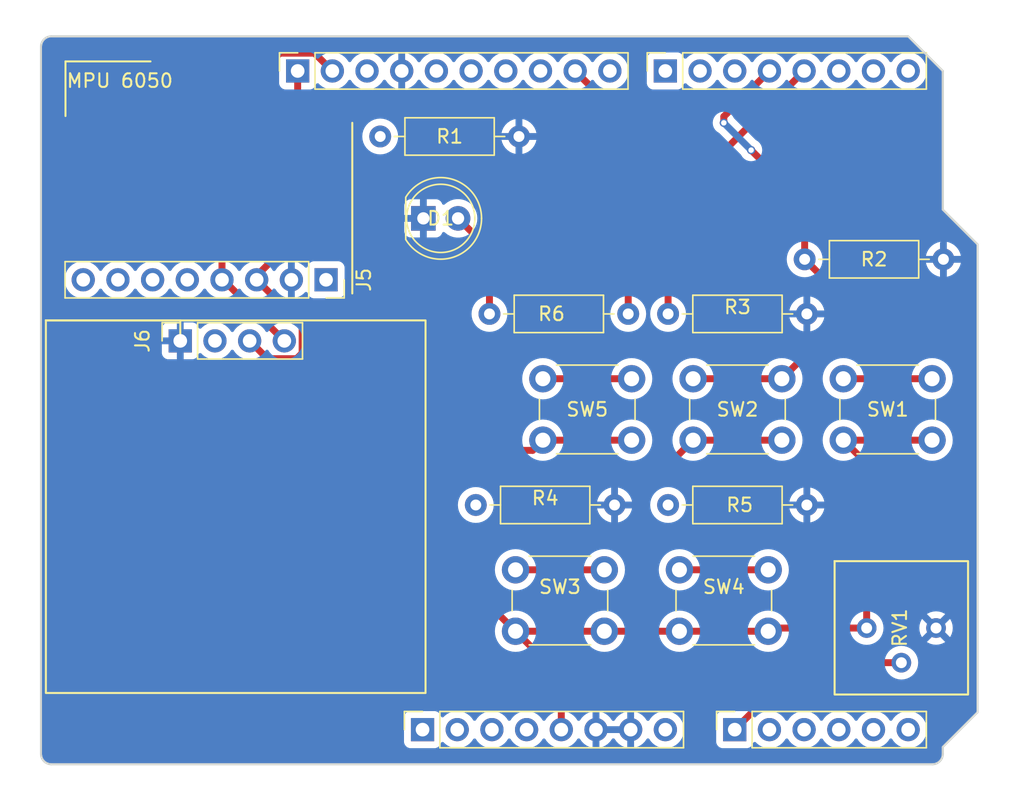
<source format=kicad_pcb>
(kicad_pcb (version 20240108) (generator "pcbnew") (generator_version "8.0")
  (title_block (date "mar. 31 mars 2015"))
  (layers (0 "F.Cu" signal) (31 "B.Cu" power) (34 "B.Paste" user) (35 "F.Paste" user) (36 "B.SilkS" user "B.Silkscreen") (37 "F.SilkS" user "F.Silkscreen") (38 "B.Mask" user) (39 "F.Mask" user) (44 "Edge.Cuts" user))
  (net 0 "")
  (net 1 "GND")
  (net 3 "+5V")
  (net 4 "/IOREF")
  (net 5 "/A1")
  (net 6 "/A2")
  (net 7 "/A3")
  (net 8 "/SDA{slash}A4")
  (net 9 "/SCL{slash}A5")
  (net 10 "/13")
  (net 11 "/12")
  (net 12 "/AREF")
  (net 13 "/temp_digital")
  (net 14 "/7")
  (net 15 "/*11")
  (net 16 "/*10")
  (net 17 "/TX{slash}1")
  (net 18 "/RX{slash}0")
  (net 19 "+3V3")
  (net 20 "VCC")
  (net 21 "/~{RESET}")
  (net 22 "/I2C_SCL")
  (net 23 "/I2C_SDA")
  (net 28 "/button_onoff")
  (net 29 "/button_lock")
  (net 30 "/button_light")
  (net 31 "/button_units")
  (net 32 "/button_cal")
  (net 33 "Net-(D1-A)")
  (net 34 "/led_light")
  (net 35 "/temp_sensor")
  (footprint "Connector_PinSocket_2.54mm:PinSocket_1x08_P2.54mm_Vertical" (layer "F.Cu") (at 127.94 97.46 90)
    (property "Reference" "J1" (hide yes))
    (property "Value" "Power")
    (fp_line (start 1.33 -1.33) (end 1.33 0) (stroke (width 0.12)) (layer "F.SilkS"))
    (fp_line (start 0 -1.33) (end 1.33 -1.33) (stroke (width 0.12)) (layer "F.SilkS"))
    (fp_line (start 1.33 1.27) (end 1.33 19.11) (stroke (width 0.12)) (layer "F.SilkS"))
    (fp_line (start -1.33 1.27) (end 1.33 1.27) (stroke (width 0.12)) (layer "F.SilkS"))
    (fp_line (start -1.33 1.27) (end -1.33 19.11) (stroke (width 0.12)) (layer "F.SilkS"))
    (fp_line (start -1.33 19.11) (end 1.33 19.11) (stroke (width 0.12)) (layer "F.SilkS"))
    (pad "1" thru_hole rect (at 0 0 90) (size 1.7 1.7) (drill 1) (layers "*.Cu" "*.Mask"))
    (pad "2" thru_hole oval (at 0 2.54 90) (size 1.7 1.7) (drill 1) (layers "*.Cu" "*.Mask") (net 4 "/IOREF"))
    (pad "3" thru_hole oval (at 0 5.08 90) (size 1.7 1.7) (drill 1) (layers "*.Cu" "*.Mask") (net 21 "/~{RESET}"))
    (pad "4" thru_hole oval (at 0 7.62 90) (size 1.7 1.7) (drill 1) (layers "*.Cu" "*.Mask") (net 19 "+3V3"))
    (pad "5" thru_hole oval (at 0 10.16 90) (size 1.7 1.7) (drill 1) (layers "*.Cu" "*.Mask") (net 3 "+5V"))
    (pad "6" thru_hole oval (at 0 12.7 90) (size 1.7 1.7) (drill 1) (layers "*.Cu" "*.Mask") (net 1 "GND"))
    (pad "7" thru_hole oval (at 0 15.24 90) (size 1.7 1.7) (drill 1) (layers "*.Cu" "*.Mask") (net 1 "GND"))
    (pad "8" thru_hole oval (at 0 17.78 90) (size 1.7 1.7) (drill 1) (layers "*.Cu" "*.Mask") (net 20 "VCC"))
  )
  (footprint "Connector_PinSocket_2.54mm:PinSocket_1x06_P2.54mm_Vertical" (layer "F.Cu") (at 150.8 97.46 90)
    (property "Reference" "J3" (hide yes))
    (property "Value" "Analog")
    (fp_line (start 1.33 -1.33) (end 1.33 0) (stroke (width 0.12)) (layer "F.SilkS"))
    (fp_line (start 0 -1.33) (end 1.33 -1.33) (stroke (width 0.12)) (layer "F.SilkS"))
    (fp_line (start 1.33 1.27) (end 1.33 14.03) (stroke (width 0.12)) (layer "F.SilkS"))
    (fp_line (start -1.33 1.27) (end 1.33 1.27) (stroke (width 0.12)) (layer "F.SilkS"))
    (fp_line (start -1.33 1.27) (end -1.33 14.03) (stroke (width 0.12)) (layer "F.SilkS"))
    (fp_line (start -1.33 14.03) (end 1.33 14.03) (stroke (width 0.12)) (layer "F.SilkS"))
    (pad "1" thru_hole rect (at 0 0 90) (size 1.7 1.7) (drill 1) (layers "*.Cu" "*.Mask") (net 35 "/temp_sensor"))
    (pad "2" thru_hole oval (at 0 2.54 90) (size 1.7 1.7) (drill 1) (layers "*.Cu" "*.Mask") (net 5 "/A1"))
    (pad "3" thru_hole oval (at 0 5.08 90) (size 1.7 1.7) (drill 1) (layers "*.Cu" "*.Mask") (net 6 "/A2"))
    (pad "4" thru_hole oval (at 0 7.62 90) (size 1.7 1.7) (drill 1) (layers "*.Cu" "*.Mask") (net 7 "/A3"))
    (pad "5" thru_hole oval (at 0 10.16 90) (size 1.7 1.7) (drill 1) (layers "*.Cu" "*.Mask") (net 8 "/SDA{slash}A4"))
    (pad "6" thru_hole oval (at 0 12.7 90) (size 1.7 1.7) (drill 1) (layers "*.Cu" "*.Mask") (net 9 "/SCL{slash}A5"))
  )
  (footprint "Connector_PinSocket_2.54mm:PinSocket_1x10_P2.54mm_Vertical" (layer "F.Cu") (at 118.796 49.2 90)
    (property "Reference" "J2" (hide yes))
    (property "Value" "Digital/PWM")
    (fp_line (start 1.33 -1.33) (end 1.33 0) (stroke (width 0.12)) (layer "F.SilkS"))
    (fp_line (start 0 -1.33) (end 1.33 -1.33) (stroke (width 0.12)) (layer "F.SilkS"))
    (fp_line (start 1.33 1.27) (end 1.33 24.19) (stroke (width 0.12)) (layer "F.SilkS"))
    (fp_line (start -1.33 1.27) (end 1.33 1.27) (stroke (width 0.12)) (layer "F.SilkS"))
    (fp_line (start -1.33 1.27) (end -1.33 24.19) (stroke (width 0.12)) (layer "F.SilkS"))
    (fp_line (start -1.33 24.19) (end 1.33 24.19) (stroke (width 0.12)) (layer "F.SilkS"))
    (pad "1" thru_hole rect (at 0 0 90) (size 1.7 1.7) (drill 1) (layers "*.Cu" "*.Mask") (net 22 "/I2C_SCL"))
    (pad "2" thru_hole oval (at 0 2.54 90) (size 1.7 1.7) (drill 1) (layers "*.Cu" "*.Mask") (net 23 "/I2C_SDA"))
    (pad "3" thru_hole oval (at 0 5.08 90) (size 1.7 1.7) (drill 1) (layers "*.Cu" "*.Mask") (net 12 "/AREF"))
    (pad "4" thru_hole oval (at 0 7.62 90) (size 1.7 1.7) (drill 1) (layers "*.Cu" "*.Mask") (net 1 "GND"))
    (pad "5" thru_hole oval (at 0 10.16 90) (size 1.7 1.7) (drill 1) (layers "*.Cu" "*.Mask") (net 10 "/13"))
    (pad "6" thru_hole oval (at 0 12.7 90) (size 1.7 1.7) (drill 1) (layers "*.Cu" "*.Mask") (net 11 "/12"))
    (pad "7" thru_hole oval (at 0 15.24 90) (size 1.7 1.7) (drill 1) (layers "*.Cu" "*.Mask") (net 15 "/*11"))
    (pad "8" thru_hole oval (at 0 17.78 90) (size 1.7 1.7) (drill 1) (layers "*.Cu" "*.Mask") (net 16 "/*10"))
    (pad "9" thru_hole oval (at 0 20.32 90) (size 1.7 1.7) (drill 1) (layers "*.Cu" "*.Mask") (net 34 "/led_light"))
    (pad "10" thru_hole oval (at 0 22.86 90) (size 1.7 1.7) (drill 1) (layers "*.Cu" "*.Mask") (net 13 "/temp_digital"))
  )
  (footprint "Connector_PinSocket_2.54mm:PinSocket_1x08_P2.54mm_Vertical" (layer "F.Cu") (at 145.72 49.2 90)
    (property "Reference" "J4" (hide yes))
    (property "Value" "Digital/PWM")
    (fp_line (start 1.33 -1.33) (end 1.33 0) (stroke (width 0.12)) (layer "F.SilkS"))
    (fp_line (start 0 -1.33) (end 1.33 -1.33) (stroke (width 0.12)) (layer "F.SilkS"))
    (fp_line (start 1.33 1.27) (end 1.33 19.11) (stroke (width 0.12)) (layer "F.SilkS"))
    (fp_line (start -1.33 1.27) (end 1.33 1.27) (stroke (width 0.12)) (layer "F.SilkS"))
    (fp_line (start -1.33 1.27) (end -1.33 19.11) (stroke (width 0.12)) (layer "F.SilkS"))
    (fp_line (start -1.33 19.11) (end 1.33 19.11) (stroke (width 0.12)) (layer "F.SilkS"))
    (pad "1" thru_hole rect (at 0 0 90) (size 1.7 1.7) (drill 1) (layers "*.Cu" "*.Mask") (net 14 "/7"))
    (pad "2" thru_hole oval (at 0 2.54 90) (size 1.7 1.7) (drill 1) (layers "*.Cu" "*.Mask") (net 30 "/button_light"))
    (pad "3" thru_hole oval (at 0 5.08 90) (size 1.7 1.7) (drill 1) (layers "*.Cu" "*.Mask") (net 32 "/button_cal"))
    (pad "4" thru_hole oval (at 0 7.62 90) (size 1.7 1.7) (drill 1) (layers "*.Cu" "*.Mask") (net 31 "/button_units"))
    (pad "5" thru_hole oval (at 0 10.16 90) (size 1.7 1.7) (drill 1) (layers "*.Cu" "*.Mask") (net 29 "/button_lock"))
    (pad "6" thru_hole oval (at 0 12.7 90) (size 1.7 1.7) (drill 1) (layers "*.Cu" "*.Mask") (net 28 "/button_onoff"))
    (pad "7" thru_hole oval (at 0 15.24 90) (size 1.7 1.7) (drill 1) (layers "*.Cu" "*.Mask") (net 17 "/TX{slash}1"))
    (pad "8" thru_hole oval (at 0 17.78 90) (size 1.7 1.7) (drill 1) (layers "*.Cu" "*.Mask") (net 18 "/RX{slash}0"))
  )
  (footprint "Resistor_THT:R_Axial_DIN0207_L6.3mm_D2.5mm_P10.16mm_Horizontal" (layer "F.Cu") (at 155.92 63)
    (property "Reference" "R2" (at 5.08 0 0) (layer "F.SilkS"))
    (property "Value" "100k")
    (fp_line (start 1.04 0) (end 1.81 0) (stroke (width 0.12)) (layer "F.SilkS"))
    (fp_line (start 1.81 -1.37) (end 1.81 1.37) (stroke (width 0.12)) (layer "F.SilkS"))
    (fp_line (start 1.81 1.37) (end 8.35 1.37) (stroke (width 0.12)) (layer "F.SilkS"))
    (fp_line (start 8.35 -1.37) (end 1.81 -1.37) (stroke (width 0.12)) (layer "F.SilkS"))
    (fp_line (start 8.35 1.37) (end 8.35 -1.37) (stroke (width 0.12)) (layer "F.SilkS"))
    (fp_line (start 9.12 0) (end 8.35 0) (stroke (width 0.12)) (layer "F.SilkS"))
    (pad "1" thru_hole circle (at 0 0) (size 1.6 1.6) (drill 0.8) (layers "*.Cu" "*.Mask") (net 31 "/button_units"))
    (pad "2" thru_hole oval (at 10.16 0) (size 1.6 1.6) (drill 0.8) (layers "*.Cu" "*.Mask") (net 1 "GND"))
  )
  (footprint "Resistor_THT:R_Axial_DIN0207_L6.3mm_D2.5mm_P10.16mm_Horizontal" (layer "F.Cu") (at 124.84 54)
    (property "Reference" "R1" (at 5.08 0 0) (layer "F.SilkS"))
    (property "Value" "100k")
    (fp_line (start 1.04 0) (end 1.81 0) (stroke (width 0.12)) (layer "F.SilkS"))
    (fp_line (start 1.81 -1.37) (end 1.81 1.37) (stroke (width 0.12)) (layer "F.SilkS"))
    (fp_line (start 1.81 1.37) (end 8.35 1.37) (stroke (width 0.12)) (layer "F.SilkS"))
    (fp_line (start 8.35 -1.37) (end 1.81 -1.37) (stroke (width 0.12)) (layer "F.SilkS"))
    (fp_line (start 8.35 1.37) (end 8.35 -1.37) (stroke (width 0.12)) (layer "F.SilkS"))
    (fp_line (start 9.12 0) (end 8.35 0) (stroke (width 0.12)) (layer "F.SilkS"))
    (pad "1" thru_hole circle (at 0 0) (size 1.6 1.6) (drill 0.8) (layers "*.Cu" "*.Mask") (net 28 "/button_onoff"))
    (pad "2" thru_hole oval (at 10.16 0) (size 1.6 1.6) (drill 0.8) (layers "*.Cu" "*.Mask") (net 1 "GND"))
  )
  (footprint "Connector_PinSocket_2.54mm:PinSocket_1x08_P2.54mm_Vertical" (layer "F.Cu") (at 120.875 64.5 -90)
    (property "Reference" "J5" (at 0 -2.77 90) (layer "F.SilkS"))
    (property "Value" "CONN_GYRO")
    (fp_line (start -1.33 19.11) (end 1.33 19.11) (stroke (width 0.12)) (layer "F.SilkS"))
    (fp_line (start -1.33 1.27) (end -1.33 19.11) (stroke (width 0.12)) (layer "F.SilkS"))
    (fp_line (start -1.33 1.27) (end 1.33 1.27) (stroke (width 0.12)) (layer "F.SilkS"))
    (fp_line (start 1.33 1.27) (end 1.33 19.11) (stroke (width 0.12)) (layer "F.SilkS"))
    (fp_line (start 0 -1.33) (end 1.33 -1.33) (stroke (width 0.12)) (layer "F.SilkS"))
    (fp_line (start 1.33 -1.33) (end 1.33 0) (stroke (width 0.12)) (layer "F.SilkS"))
    (pad "1" thru_hole rect (at 0 0 270) (size 1.7 1.7) (drill 1) (layers "*.Cu" "*.Mask") (net 3 "+5V"))
    (pad "2" thru_hole oval (at 0 2.54 270) (size 1.7 1.7) (drill 1) (layers "*.Cu" "*.Mask") (net 1 "GND"))
    (pad "3" thru_hole oval (at 0 5.08 270) (size 1.7 1.7) (drill 1) (layers "*.Cu" "*.Mask") (net 22 "/I2C_SCL"))
    (pad "4" thru_hole oval (at 0 7.62 270) (size 1.7 1.7) (drill 1) (layers "*.Cu" "*.Mask") (net 23 "/I2C_SDA"))
    (pad "5" thru_hole oval (at 0 10.16 270) (size 1.7 1.7) (drill 1) (layers "*.Cu" "*.Mask"))
    (pad "6" thru_hole oval (at 0 12.7 270) (size 1.7 1.7) (drill 1) (layers "*.Cu" "*.Mask"))
    (pad "7" thru_hole oval (at 0 15.24 270) (size 1.7 1.7) (drill 1) (layers "*.Cu" "*.Mask"))
    (pad "8" thru_hole oval (at 0 17.78 270) (size 1.7 1.7) (drill 1) (layers "*.Cu" "*.Mask"))
  )
  (footprint "Resistor_THT:R_Axial_DIN0207_L6.3mm_D2.5mm_P10.16mm_Horizontal" (layer "F.Cu") (at 143 67 180)
    (property "Reference" "R6" (at 5.62 0 180) (layer "F.SilkS"))
    (property "Value" "100k")
    (fp_line (start 9.12 0) (end 8.35 0) (stroke (width 0.12)) (layer "F.SilkS"))
    (fp_line (start 8.35 1.37) (end 8.35 -1.37) (stroke (width 0.12)) (layer "F.SilkS"))
    (fp_line (start 8.35 -1.37) (end 1.81 -1.37) (stroke (width 0.12)) (layer "F.SilkS"))
    (fp_line (start 1.81 1.37) (end 8.35 1.37) (stroke (width 0.12)) (layer "F.SilkS"))
    (fp_line (start 1.81 -1.37) (end 1.81 1.37) (stroke (width 0.12)) (layer "F.SilkS"))
    (fp_line (start 1.04 0) (end 1.81 0) (stroke (width 0.12)) (layer "F.SilkS"))
    (pad "1" thru_hole circle (at 0 0 180) (size 1.6 1.6) (drill 0.8) (layers "*.Cu" "*.Mask") (net 34 "/led_light"))
    (pad "2" thru_hole oval (at 10.16 0 180) (size 1.6 1.6) (drill 0.8) (layers "*.Cu" "*.Mask") (net 33 "Net-(D1-A)"))
  )
  (footprint "Button_Switch_THT:SW_PUSH_6mm" (layer "F.Cu") (at 136.75 71.75)
    (property "Reference" "SW5" (at 3.25 2.25 0) (layer "F.SilkS"))
    (property "Value" "SW_SPST")
    (fp_line (start -0.25 1.5) (end -0.25 3) (stroke (width 0.12)) (layer "F.SilkS"))
    (fp_line (start 1 5.5) (end 5.5 5.5) (stroke (width 0.12)) (layer "F.SilkS"))
    (fp_line (start 5.5 -1) (end 1 -1) (stroke (width 0.12)) (layer "F.SilkS"))
    (fp_line (start 6.75 3) (end 6.75 1.5) (stroke (width 0.12)) (layer "F.SilkS"))
    (pad "1" thru_hole circle (at 0 0 90) (size 2 2) (drill 1.1) (layers "*.Cu" "*.Mask") (net 32 "/button_cal"))
    (pad "1" thru_hole circle (at 6.5 0 90) (size 2 2) (drill 1.1) (layers "*.Cu" "*.Mask") (net 32 "/button_cal"))
    (pad "2" thru_hole circle (at 0 4.5 90) (size 2 2) (drill 1.1) (layers "*.Cu" "*.Mask") (net 3 "+5V"))
    (pad "2" thru_hole circle (at 6.5 4.5 90) (size 2 2) (drill 1.1) (layers "*.Cu" "*.Mask") (net 3 "+5V"))
  )
  (footprint "Resistor_THT:R_Axial_DIN0207_L6.3mm_D2.5mm_P10.16mm_Horizontal" (layer "F.Cu") (at 145.92 81)
    (property "Reference" "R5" (at 5.24 0 0) (layer "F.SilkS"))
    (property "Value" "100k")
    (fp_line (start 1.04 0) (end 1.81 0) (stroke (width 0.12)) (layer "F.SilkS"))
    (fp_line (start 1.81 -1.37) (end 1.81 1.37) (stroke (width 0.12)) (layer "F.SilkS"))
    (fp_line (start 1.81 1.37) (end 8.35 1.37) (stroke (width 0.12)) (layer "F.SilkS"))
    (fp_line (start 8.35 -1.37) (end 1.81 -1.37) (stroke (width 0.12)) (layer "F.SilkS"))
    (fp_line (start 8.35 1.37) (end 8.35 -1.37) (stroke (width 0.12)) (layer "F.SilkS"))
    (fp_line (start 9.12 0) (end 8.35 0) (stroke (width 0.12)) (layer "F.SilkS"))
    (pad "1" thru_hole circle (at 0 0) (size 1.6 1.6) (drill 0.8) (layers "*.Cu" "*.Mask") (net 32 "/button_cal"))
    (pad "2" thru_hole oval (at 10.16 0) (size 1.6 1.6) (drill 0.8) (layers "*.Cu" "*.Mask") (net 1 "GND"))
  )
  (footprint "Resistor_THT:R_Axial_DIN0207_L6.3mm_D2.5mm_P10.16mm_Horizontal" (layer "F.Cu") (at 131.84 81)
    (property "Reference" "R4" (at 5.08 -0.5 0) (layer "F.SilkS"))
    (property "Value" "100k")
    (fp_line (start 1.04 0) (end 1.81 0) (stroke (width 0.12)) (layer "F.SilkS"))
    (fp_line (start 1.81 -1.37) (end 1.81 1.37) (stroke (width 0.12)) (layer "F.SilkS"))
    (fp_line (start 1.81 1.37) (end 8.35 1.37) (stroke (width 0.12)) (layer "F.SilkS"))
    (fp_line (start 8.35 -1.37) (end 1.81 -1.37) (stroke (width 0.12)) (layer "F.SilkS"))
    (fp_line (start 8.35 1.37) (end 8.35 -1.37) (stroke (width 0.12)) (layer "F.SilkS"))
    (fp_line (start 9.12 0) (end 8.35 0) (stroke (width 0.12)) (layer "F.SilkS"))
    (pad "1" thru_hole circle (at 0 0) (size 1.6 1.6) (drill 0.8) (layers "*.Cu" "*.Mask") (net 30 "/button_light"))
    (pad "2" thru_hole oval (at 10.16 0) (size 1.6 1.6) (drill 0.8) (layers "*.Cu" "*.Mask") (net 1 "GND"))
  )
  (footprint "Button_Switch_THT:SW_PUSH_6mm" (layer "F.Cu") (at 147.75 71.75)
    (property "Reference" "SW2" (at 3.25 2.25 0) (layer "F.SilkS"))
    (property "Value" "SW_SPST")
    (fp_line (start -0.25 1.5) (end -0.25 3) (stroke (width 0.12)) (layer "F.SilkS"))
    (fp_line (start 1 5.5) (end 5.5 5.5) (stroke (width 0.12)) (layer "F.SilkS"))
    (fp_line (start 5.5 -1) (end 1 -1) (stroke (width 0.12)) (layer "F.SilkS"))
    (fp_line (start 6.75 3) (end 6.75 1.5) (stroke (width 0.12)) (layer "F.SilkS"))
    (pad "1" thru_hole circle (at 0 0 90) (size 2 2) (drill 1.1) (layers "*.Cu" "*.Mask") (net 31 "/button_units"))
    (pad "1" thru_hole circle (at 6.5 0 90) (size 2 2) (drill 1.1) (layers "*.Cu" "*.Mask") (net 31 "/button_units"))
    (pad "2" thru_hole circle (at 0 4.5 90) (size 2 2) (drill 1.1) (layers "*.Cu" "*.Mask") (net 3 "+5V"))
    (pad "2" thru_hole circle (at 6.5 4.5 90) (size 2 2) (drill 1.1) (layers "*.Cu" "*.Mask") (net 3 "+5V"))
  )
  (footprint "Connector_PinSocket_2.54mm:PinSocket_1x04_P2.54mm_Vertical" (layer "F.Cu") (at 110.2 68.975 90)
    (property "Reference" "J6" (at 0 -2.77 90) (layer "F.SilkS"))
    (property "Value" "CONN_DISPLAY")
    (fp_line (start 1.33 -1.33) (end 1.33 0) (stroke (width 0.12)) (layer "F.SilkS"))
    (fp_line (start 0 -1.33) (end 1.33 -1.33) (stroke (width 0.12)) (layer "F.SilkS"))
    (fp_line (start 1.33 1.27) (end 1.33 8.95) (stroke (width 0.12)) (layer "F.SilkS"))
    (fp_line (start -1.33 1.27) (end 1.33 1.27) (stroke (width 0.12)) (layer "F.SilkS"))
    (fp_line (start -1.33 1.27) (end -1.33 8.95) (stroke (width 0.12)) (layer "F.SilkS"))
    (fp_line (start -1.33 8.95) (end 1.33 8.95) (stroke (width 0.12)) (layer "F.SilkS"))
    (pad "1" thru_hole rect (at 0 0 90) (size 1.7 1.7) (drill 1) (layers "*.Cu" "*.Mask") (net 1 "GND"))
    (pad "2" thru_hole oval (at 0 2.54 90) (size 1.7 1.7) (drill 1) (layers "*.Cu" "*.Mask") (net 3 "+5V"))
    (pad "3" thru_hole oval (at 0 5.08 90) (size 1.7 1.7) (drill 1) (layers "*.Cu" "*.Mask") (net 22 "/I2C_SCL"))
    (pad "4" thru_hole oval (at 0 7.62 90) (size 1.7 1.7) (drill 1) (layers "*.Cu" "*.Mask") (net 23 "/I2C_SDA"))
  )
  (footprint "Potentiometer_THT:Potentiometer_Bourns_3386P_Vertical" (layer "F.Cu") (at 160.46 90.015 -90)
    (property "Reference" "RV1" (at -0.015 -2.425 90) (layer "F.SilkS"))
    (property "Value" "10k")
    (fp_line (start -4.9 2.345) (end 4.87 2.345) (stroke (width 0.12)) (layer "F.SilkS"))
    (fp_line (start -4.9 -7.425) (end -4.9 2.345) (stroke (width 0.12)) (layer "F.SilkS"))
    (fp_line (start -4.9 -7.425) (end 4.87 -7.425) (stroke (width 0.12)) (layer "F.SilkS"))
    (fp_line (start 4.87 -7.425) (end 4.87 2.345) (stroke (width 0.12)) (layer "F.SilkS"))
    (pad "1" thru_hole circle (at 0 0 270) (size 1.44 1.44) (drill 0.8) (layers "*.Cu" "*.Mask") (net 3 "+5V"))
    (pad "2" thru_hole circle (at 2.54 -2.54 270) (size 1.44 1.44) (drill 0.8) (layers "*.Cu" "*.Mask") (net 35 "/temp_sensor"))
    (pad "3" thru_hole circle (at 0 -5.08 270) (size 1.44 1.44) (drill 0.8) (layers "*.Cu" "*.Mask") (net 1 "GND"))
  )
  (footprint "Resistor_THT:R_Axial_DIN0207_L6.3mm_D2.5mm_P10.16mm_Horizontal" (layer "F.Cu") (at 145.92 67)
    (property "Reference" "R3" (at 5.08 -0.5 0) (layer "F.SilkS"))
    (property "Value" "100k")
    (fp_line (start 1.04 0) (end 1.81 0) (stroke (width 0.12)) (layer "F.SilkS"))
    (fp_line (start 1.81 -1.37) (end 1.81 1.37) (stroke (width 0.12)) (layer "F.SilkS"))
    (fp_line (start 1.81 1.37) (end 8.35 1.37) (stroke (width 0.12)) (layer "F.SilkS"))
    (fp_line (start 8.35 -1.37) (end 1.81 -1.37) (stroke (width 0.12)) (layer "F.SilkS"))
    (fp_line (start 8.35 1.37) (end 8.35 -1.37) (stroke (width 0.12)) (layer "F.SilkS"))
    (fp_line (start 9.12 0) (end 8.35 0) (stroke (width 0.12)) (layer "F.SilkS"))
    (pad "1" thru_hole circle (at 0 0) (size 1.6 1.6) (drill 0.8) (layers "*.Cu" "*.Mask") (net 29 "/button_lock"))
    (pad "2" thru_hole oval (at 10.16 0) (size 1.6 1.6) (drill 0.8) (layers "*.Cu" "*.Mask") (net 1 "GND"))
  )
  (footprint "Button_Switch_THT:SW_PUSH_6mm" (layer "F.Cu") (at 134.75 85.75)
    (property "Reference" "SW3" (at 3.25 1.25 0) (layer "F.SilkS"))
    (property "Value" "SW_SPST")
    (fp_line (start -0.25 1.5) (end -0.25 3) (stroke (width 0.12)) (layer "F.SilkS"))
    (fp_line (start 1 5.5) (end 5.5 5.5) (stroke (width 0.12)) (layer "F.SilkS"))
    (fp_line (start 5.5 -1) (end 1 -1) (stroke (width 0.12)) (layer "F.SilkS"))
    (fp_line (start 6.75 3) (end 6.75 1.5) (stroke (width 0.12)) (layer "F.SilkS"))
    (pad "1" thru_hole circle (at 0 0 90) (size 2 2) (drill 1.1) (layers "*.Cu" "*.Mask") (net 29 "/button_lock"))
    (pad "1" thru_hole circle (at 6.5 0 90) (size 2 2) (drill 1.1) (layers "*.Cu" "*.Mask") (net 29 "/button_lock"))
    (pad "2" thru_hole circle (at 0 4.5 90) (size 2 2) (drill 1.1) (layers "*.Cu" "*.Mask") (net 3 "+5V"))
    (pad "2" thru_hole circle (at 6.5 4.5 90) (size 2 2) (drill 1.1) (layers "*.Cu" "*.Mask") (net 3 "+5V"))
  )
  (footprint "LED_THT:LED_D5.0mm" (layer "F.Cu") (at 128 60)
    (property "Reference" "D1" (at 1.27 0 0) (layer "F.SilkS"))
    (property "Value" "LED")
    (fp_line (start -1.29 -1.545) (end -1.29 1.545) (stroke (width 0.12)) (layer "F.SilkS"))
    (fp_arc (start -1.29 -1.54483) (mid 2.071756 -2.880501) (end 4.26 -0.000048) (stroke (width 0.12)) (layer "F.SilkS"))
    (fp_arc (start 4.26 0.000048) (mid 2.071756 2.880501) (end -1.29 1.54483) (stroke (width 0.12)) (layer "F.SilkS"))
    (fp_circle (center 1.27 0) (end 3.77 0) (stroke (width 0.12)) (fill none) (layer "F.SilkS"))
    (pad "1" thru_hole rect (at 0 0) (size 1.8 1.8) (drill 0.9) (layers "*.Cu" "*.Mask") (net 1 "GND"))
    (pad "2" thru_hole circle (at 2.54 0) (size 1.8 1.8) (drill 0.9) (layers "*.Cu" "*.Mask") (net 33 "Net-(D1-A)"))
  )
  (footprint "Button_Switch_THT:SW_PUSH_6mm" (layer "F.Cu") (at 158.75 71.75)
    (property "Reference" "SW1" (at 3.25 2.25 0) (layer "F.SilkS"))
    (property "Value" "SW_SPST")
    (fp_line (start -0.25 1.5) (end -0.25 3) (stroke (width 0.12)) (layer "F.SilkS"))
    (fp_line (start 1 5.5) (end 5.5 5.5) (stroke (width 0.12)) (layer "F.SilkS"))
    (fp_line (start 5.5 -1) (end 1 -1) (stroke (width 0.12)) (layer "F.SilkS"))
    (fp_line (start 6.75 3) (end 6.75 1.5) (stroke (width 0.12)) (layer "F.SilkS"))
    (pad "1" thru_hole circle (at 0 0 90) (size 2 2) (drill 1.1) (layers "*.Cu" "*.Mask") (net 28 "/button_onoff"))
    (pad "1" thru_hole circle (at 6.5 0 90) (size 2 2) (drill 1.1) (layers "*.Cu" "*.Mask") (net 28 "/button_onoff"))
    (pad "2" thru_hole circle (at 0 4.5 90) (size 2 2) (drill 1.1) (layers "*.Cu" "*.Mask") (net 3 "+5V"))
    (pad "2" thru_hole circle (at 6.5 4.5 90) (size 2 2) (drill 1.1) (layers "*.Cu" "*.Mask") (net 3 "+5V"))
  )
  (footprint "Button_Switch_THT:SW_PUSH_6mm" (layer "F.Cu") (at 146.75 85.75)
    (property "Reference" "SW4" (at 3.25 1.25 0) (layer "F.SilkS"))
    (property "Value" "SW_SPST")
    (fp_line (start -0.25 1.5) (end -0.25 3) (stroke (width 0.12)) (layer "F.SilkS"))
    (fp_line (start 1 5.5) (end 5.5 5.5) (stroke (width 0.12)) (layer "F.SilkS"))
    (fp_line (start 5.5 -1) (end 1 -1) (stroke (width 0.12)) (layer "F.SilkS"))
    (fp_line (start 6.75 3) (end 6.75 1.5) (stroke (width 0.12)) (layer "F.SilkS"))
    (pad "1" thru_hole circle (at 0 0 90) (size 2 2) (drill 1.1) (layers "*.Cu" "*.Mask") (net 30 "/button_light"))
    (pad "1" thru_hole circle (at 6.5 0 90) (size 2 2) (drill 1.1) (layers "*.Cu" "*.Mask") (net 30 "/button_light"))
    (pad "2" thru_hole circle (at 0 4.5 90) (size 2 2) (drill 1.1) (layers "*.Cu" "*.Mask") (net 3 "+5V"))
    (pad "2" thru_hole circle (at 6.5 4.5 90) (size 2 2) (drill 1.1) (layers "*.Cu" "*.Mask") (net 3 "+5V"))
  )
  (gr_line (start 101.795 48.5) (end 101.795 52.5) (stroke (width 0.15)) (layer "F.SilkS"))
  (gr_rect (start 100.36 67.475) (end 128.16 94.775) (stroke (width 0.15)) (fill none) (layer "F.SilkS"))
  (gr_rect (start 158.115 94.885) (end 167.885 85.115) (stroke (width 0.15)) (fill none) (layer "F.SilkS"))
  (gr_line (start 100.36 67.475) (end 110.2 67.475) (stroke (width 0.15)) (layer "F.SilkS"))
  (gr_line (start 101.795 48.5) (end 108.020112 48.5) (stroke (width 0.15)) (layer "F.SilkS"))
  (gr_line (start 122.795 65.5) (end 122.795 53) (stroke (width 0.15)) (layer "F.SilkS"))
  (gr_line (start 110.2 67.475) (end 110.2 68.975) (stroke (width 0.15)) (layer "F.SilkS"))
  (gr_line (start 166.04 59.36) (end 168.58 61.9) (stroke (width 0.15)) (layer "Edge.Cuts"))
  (gr_line (start 100 99.238) (end 100 47.422) (stroke (width 0.15)) (layer "Edge.Cuts"))
  (gr_line (start 168.58 61.9) (end 168.58 96.19) (stroke (width 0.15)) (layer "Edge.Cuts"))
  (gr_line (start 165.278 100) (end 100.762 100) (stroke (width 0.15)) (layer "Edge.Cuts"))
  (gr_line (start 100.762 46.66) (end 163.5 46.66) (stroke (width 0.15)) (layer "Edge.Cuts"))
  (gr_arc (start 100.762 100) (mid 100.223185 99.776815) (end 100 99.238) (stroke (width 0.15)) (layer "Edge.Cuts"))
  (gr_line (start 168.58 96.19) (end 166.04 98.73) (stroke (width 0.15)) (layer "Edge.Cuts"))
  (gr_line (start 163.5 46.66) (end 166.04 49.2) (stroke (width 0.15)) (layer "Edge.Cuts"))
  (gr_arc (start 166.04 99.238) (mid 165.816815 99.776815) (end 165.278 100) (stroke (width 0.15)) (layer "Edge.Cuts"))
  (gr_line (start 166.04 49.2) (end 166.04 59.36) (stroke (width 0.15)) (layer "Edge.Cuts"))
  (gr_line (start 166.04 98.73) (end 166.04 99.238) (stroke (width 0.15)) (layer "Edge.Cuts"))
  (gr_arc (start 100 47.422) (mid 100.223185 46.883185) (end 100.762 46.66) (stroke (width 0.15)) (layer "Edge.Cuts"))
  (gr_text "MPU 6050" (at 101.795 50.5 0) (layer "F.SilkS") (effects (font (size 1 1)) (justify left bottom)))
  (segment (start 134.75 90.25) (end 138.1 93.6) (width 0.508) (layer "F.Cu") (net 3))
  (segment (start 136 77) (end 130 77) (width 0.508) (layer "F.Cu") (net 3))
  (segment (start 144 79) (end 144 90.25) (width 0.508) (layer "F.Cu") (net 3))
  (segment (start 158.75 76.25) (end 160.46 77.96) (width 0.508) (layer "F.Cu") (net 3))
  (segment (start 136.75 76.25) (end 136 77) (width 0.508) (layer "F.Cu") (net 3))
  (segment (start 134.75 90.25) (end 141.25 90.25) (width 0.508) (layer "F.Cu") (net 3))
  (segment (start 144 90.25) (end 141.25 90.25) (width 0.508) (layer "F.Cu") (net 3))
  (segment (start 153.485 90.015) (end 153.25 90.25) (width 0.508) (layer "F.Cu") (net 3))
  (segment (start 147.75 76.25) (end 145 79) (width 0.508) (layer "F.Cu") (net 3))
  (segment (start 160.46 77.96) (end 160.46 90.015) (width 0.508) (layer "F.Cu") (net 3))
  (segment (start 165.25 76.25) (end 158.75 76.25) (width 0.508) (layer "F.Cu") (net 3))
  (segment (start 138.1 93.6) (end 138.1 97.46) (width 0.508) (layer "F.Cu") (net 3))
  (segment (start 146.75 90.25) (end 144 90.25) (width 0.508) (layer "F.Cu") (net 3))
  (segment (start 143.25 76.25) (end 136.75 76.25) (width 0.508) (layer "F.Cu") (net 3))
  (segment (start 129 84.5) (end 134.75 90.25) (width 0.508) (layer "F.Cu") (net 3))
  (segment (start 154.25 76.25) (end 147.75 76.25) (width 0.508) (layer "F.Cu") (net 3))
  (segment (start 130 77) (end 129 78) (width 0.508) (layer "F.Cu") (net 3))
  (segment (start 160.46 90.015) (end 153.485 90.015) (width 0.508) (layer "F.Cu") (net 3))
  (segment (start 129 78) (end 129 84.5) (width 0.508) (layer "F.Cu") (net 3))
  (segment (start 146.75 90.25) (end 153.25 90.25) (width 0.508) (layer "F.Cu") (net 3))
  (segment (start 145 79) (end 144 79) (width 0.508) (layer "F.Cu") (net 3))
  (segment (start 115.28 68.975) (end 116.584 70.279) (width 0.508) (layer "F.Cu") (net 22))
  (segment (start 118.721 70.279) (end 119.124 69.876) (width 0.508) (layer "F.Cu") (net 22))
  (segment (start 119.124 69.876) (end 119.124 67.829) (width 0.508) (layer "F.Cu") (net 22))
  (segment (start 115.795 64.5) (end 115.795 64.205) (width 0.508) (layer "F.Cu") (net 22))
  (segment (start 115.795 64.205) (end 118.796 61.204) (width 0.508) (layer "F.Cu") (net 22))
  (segment (start 119.124 67.829) (end 115.795 64.5) (width 0.508) (layer "F.Cu") (net 22))
  (segment (start 116.584 70.279) (end 118.721 70.279) (width 0.508) (layer "F.Cu") (net 22))
  (segment (start 118.796 61.204) (end 118.796 49.2) (width 0.508) (layer "F.Cu") (net 22))
  (segment (start 113.255 64.5) (end 113.255 52.133) (width 0.508) (layer "F.Cu") (net 23))
  (segment (start 120.032 47.896) (end 121.336 49.2) (width 0.508) (layer "F.Cu") (net 23))
  (segment (start 117.492 47.896) (end 120.032 47.896) (width 0.508) (layer "F.Cu") (net 23))
  (segment (start 117.82 68.975) (end 113.345 64.5) (width 0.508) (layer "F.Cu") (net 23))
  (segment (start 113.345 64.5) (end 113.255 64.5) (width 0.508) (layer "F.Cu") (net 23))
  (segment (start 113.255 52.133) (end 117.492 47.896) (width 0.508) (layer "F.Cu") (net 23))
  (segment (start 165.25 71.75) (end 158.75 71.75) (width 0.508) (layer "F.Cu") (net 28))
  (segment (start 145.92 59.16) (end 155.88 49.2) (width 0.508) (layer "F.Cu") (net 29))
  (segment (start 145.92 67) (end 145.92 59.16) (width 0.508) (layer "F.Cu") (net 29))
  (segment (start 141.25 85.75) (end 134.75 85.75) (width 0.508) (layer "F.Cu") (net 29))
  (segment (start 153.25 85.75) (end 146.75 85.75) (width 0.508) (layer "F.Cu") (net 30))
  (segment (start 155.92 63) (end 157.334 64.414) (width 0.508) (layer "F.Cu") (net 31))
  (segment (start 157.334 64.414) (end 157.414 64.414) (width 0.508) (layer "F.Cu") (net 31))
  (segment (start 157.414 64.414) (end 159 66) (width 0.508) (layer "F.Cu") (net 31))
  (segment (start 158 68) (end 158 69) (width 0.508) (layer "F.Cu") (net 31))
  (segment (start 159 67) (end 158 68) (width 0.508) (layer "F.Cu") (net 31))
  (segment (start 155.92 63) (end 155.92 58.92) (width 0.508) (layer "F.Cu") (net 31))
  (segment (start 158 69) (end 157 69) (width 0.508) (layer "F.Cu") (net 31))
  (segment (start 155.92 58.92) (end 152 55) (width 0.508) (layer "F.Cu") (net 31))
  (segment (start 150 52.54) (end 153.34 49.2) (width 0.508) (layer "F.Cu") (net 31))
  (segment (start 154.25 71.75) (end 147.75 71.75) (width 0.508) (layer "F.Cu") (net 31))
  (segment (start 150 53) (end 150 52.54) (width 0.508) (layer "F.Cu") (net 31))
  (segment (start 159 66) (end 159 67) (width 0.508) (layer "F.Cu") (net 31))
  (segment (start 157 69) (end 154.25 71.75) (width 0.508) (layer "F.Cu") (net 31))
  (via (at 150 53) (size 0.6) (drill 0.4) (layers "F.Cu" "B.Cu") (net 31))
  (via (at 152 55) (size 0.6) (drill 0.4) (layers "F.Cu" "B.Cu") (net 31))
  (segment (start 152 55) (end 150 53) (width 0.508) (layer "B.Cu") (net 31))
  (segment (start 143.25 71.75) (end 136.75 71.75) (width 0.508) (layer "F.Cu") (net 32))
  (segment (start 132.84 62.3) (end 132.84 67) (width 0.508) (layer "F.Cu") (net 33))
  (segment (start 130.54 60) (end 132.84 62.3) (width 0.508) (layer "F.Cu") (net 33))
  (segment (start 143 67) (end 143 53.084) (width 0.508) (layer "F.Cu") (net 34))
  (segment (start 143 53.084) (end 139.116 49.2) (width 0.508) (layer "F.Cu") (net 34))
  (segment (start 155.705 92.555) (end 150.8 97.46) (width 0.508) (layer "F.Cu") (net 35))
  (segment (start 163 92.555) (end 155.705 92.555) (width 0.508) (layer "F.Cu") (net 35))
  (zone (net 1) (net_name "GND") (layer "B.Cu") (connect_pads (clearance 0.508)) (min_thickness 0.25) (fill yes (thermal_gap 0.5) (thermal_bridge_width 0.5))
    (polygon (pts (xy 97 44) (xy 172 44) (xy 172 103) (xy 97 102)))
  )
)
</source>
